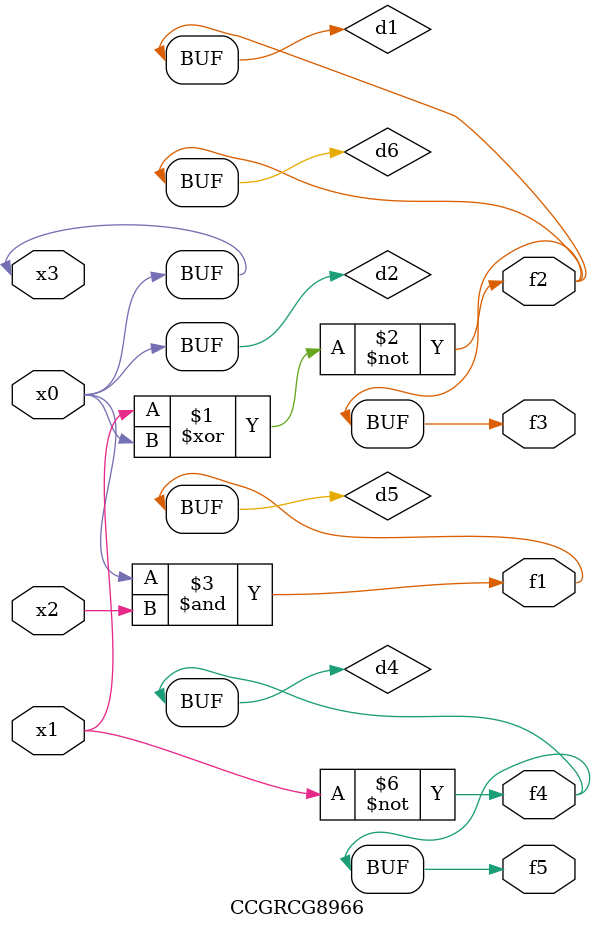
<source format=v>
module CCGRCG8966(
	input x0, x1, x2, x3,
	output f1, f2, f3, f4, f5
);

	wire d1, d2, d3, d4, d5, d6;

	xnor (d1, x1, x3);
	buf (d2, x0, x3);
	nand (d3, x0, x2);
	not (d4, x1);
	nand (d5, d3);
	or (d6, d1);
	assign f1 = d5;
	assign f2 = d6;
	assign f3 = d6;
	assign f4 = d4;
	assign f5 = d4;
endmodule

</source>
